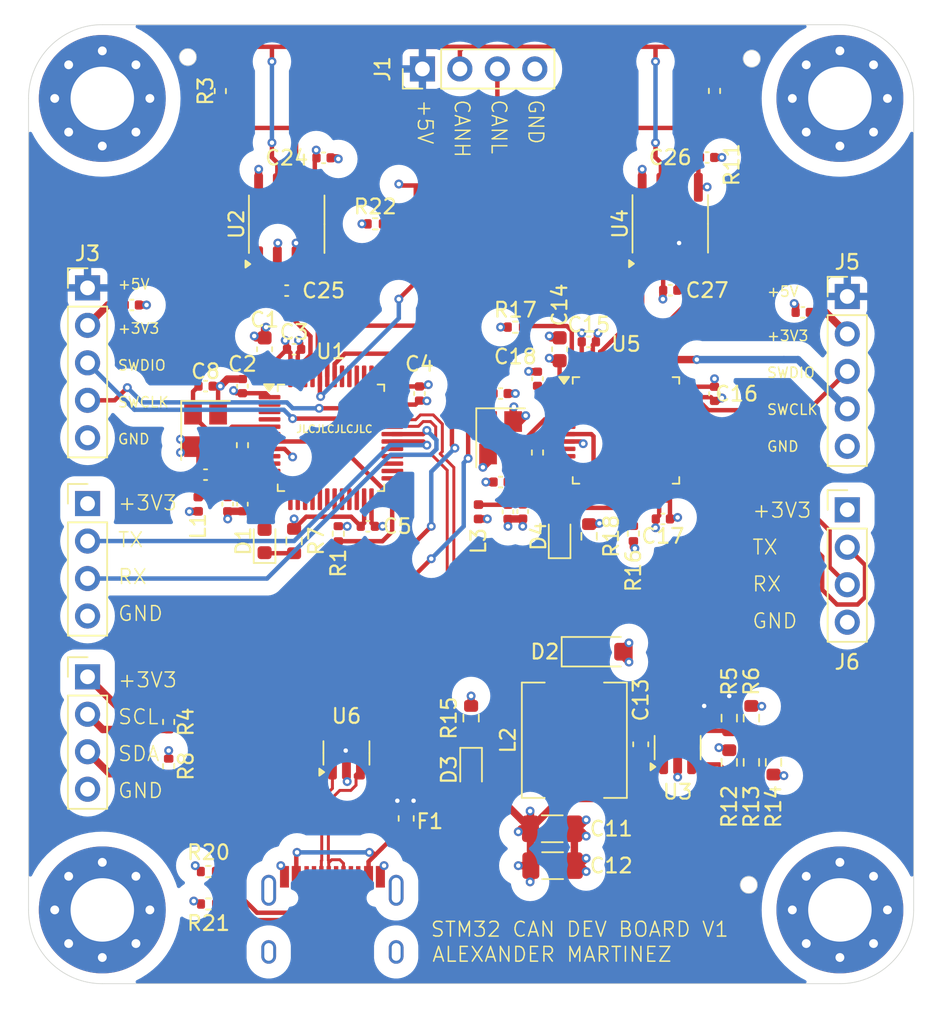
<source format=kicad_pcb>
(kicad_pcb (version 20240108) (generator "pcbnew") (generator_version "8.0")
  (layers (0 "F.Cu" signal) (1 "In1.Cu" power) (2 "In2.Cu" power) (31 "B.Cu" signal) (34 "B.Paste" user) (35 "F.Paste" user) (36 "B.SilkS" user "B.Silkscreen") (37 "F.SilkS" user "F.Silkscreen") (38 "B.Mask" user) (39 "F.Mask" user) (44 "Edge.Cuts" user))
  (net 0 "")
  (net 1 "+3V3")
  (net 2 "GND")
  (net 3 "+3.3VA")
  (net 4 "HSE_IN")
  (net 5 "Net-(C10-Pad1)")
  (net 6 "BUCK_SW")
  (net 7 "BUCK_BST")
  (net 8 "+3.3VA2")
  (net 9 "HSE_IN2")
  (net 10 "Net-(C23-Pad1)")
  (net 11 "LED_STATUS")
  (net 12 "Net-(D1-K)")
  (net 13 "LED_STATUS2")
  (net 14 "Net-(D3-K)")
  (net 15 "Net-(D4-K)")
  (net 16 "SWCLK")
  (net 17 "SWDIO")
  (net 18 "+5V")
  (net 19 "SWDIO2")
  (net 20 "SWCLK2")
  (net 21 "I2C1_SDA")
  (net 22 "I2C1_SCL")
  (net 23 "USART1_RX2")
  (net 24 "USART1_TX2")
  (net 25 "USART1_RX")
  (net 26 "USART1_TX")
  (net 27 "CANL")
  (net 28 "CANH")
  (net 29 "Net-(F1-Pad1)")
  (net 30 "Net-(J7-CC2)")
  (net 31 "USB_D-")
  (net 32 "USB_D+")
  (net 33 "BUCK_EN")
  (net 34 "HSE_OUT")
  (net 35 "BUCK_FB")
  (net 36 "Net-(R13-Pad2)")
  (net 37 "Net-(U1-NRST)")
  (net 38 "Net-(J7-CC1)")
  (net 39 "Net-(U5-NRST)")
  (net 40 "Net-(U5-BOOT0)")
  (net 41 "HSE_OUT2")
  (net 50 "CAN_RX")
  (net 66 "CAN_TX")
  (net 70 "CAN_TX2")
  (net 76 "CAN_RX2")
  (net 98 "USB_CONN_D-")
  (net 99 "USB_CONN_D+")
  (net 100 "BOOT0")
  (footprint "Resistor_SMD:R_0402_1005Metric" (layer "F.Cu") (at 141 77.49 90)
    (property "Reference" "R16")
    (property "Value" "10k")
  )
  (footprint "Capacitor_SMD:C_0603_1608Metric" (layer "F.Cu") (at 136 65 90)
    (property "Reference" "C14")
    (property "Value" "4u7")
  )
  (footprint "Capacitor_SMD:C_0402_1005Metric" (layer "F.Cu") (at 143.5 61 180)
    (property "Reference" "C27")
    (property "Value" "100n")
  )
  (footprint "Capacitor_SMD:C_0603_1608Metric" (layer "F.Cu") (at 141.5 91.775 -90)
    (property "Reference" "C13")
    (property "Value" "10nF")
  )
  (footprint "Crystal:Crystal_SMD_3225-4Pin_3.2x2.5mm" (layer "F.Cu") (at 112 70.5 -90)
    (property "Reference" "Y1")
    (property "Value" "16MHz")
  )
  (footprint "Resistor_SMD:R_0402_1005Metric" (layer "F.Cu") (at 146.5 47.49 -90)
    (property "Reference" "R11")
    (property "Value" "120")
  )
  (footprint "Fuse:Fuse_0603_1608Metric" (layer "F.Cu") (at 125.6 96.8 90)
    (property "Reference" "F1")
    (property "Value" "500mA")
  )
  (footprint "MountingHole:MountingHole_4.3mm_M4_Pad_Via" (layer "F.Cu") (at 105 48)
    (property "Reference" "H1")
    (property "Value" "MountingHole_Pad")
  )
  (footprint "Crystal:Crystal_SMD_3225-4Pin_3.2x2.5mm" (layer "F.Cu") (at 132 71 -90)
    (property "Reference" "Y2")
    (property "Value" "16MHz")
  )
  (footprint "Capacitor_SMD:C_0402_1005Metric" (layer "F.Cu") (at 107 62)
    (property "Reference" "C19")
    (property "Value" "100n")
  )
  (footprint "Capacitor_SMD:C_0402_1005Metric" (layer "F.Cu") (at 143 76.5 180)
    (property "Reference" "C17")
    (property "Value" "100n")
  )
  (footprint "Capacitor_SMD:C_0402_1005Metric" (layer "F.Cu") (at 132 74 180)
    (property "Reference" "C23")
    (property "Value" "12p")
  )
  (footprint "MountingHole:MountingHole_4.3mm_M4_Pad_Via" (layer "F.Cu") (at 155 103)
    (property "Reference" "H3")
    (property "Value" "MountingHole_Pad")
  )
  (footprint "Resistor_SMD:R_0603_1608Metric" (layer "F.Cu") (at 150.5 93 -90)
    (property "Reference" "R14")
    (property "Value" "270")
  )
  (footprint "Capacitor_SMD:C_0402_1005Metric" (layer "F.Cu") (at 132.5 76.02 -90)
    (property "Reference" "C20")
    (property "Value" "1u")
  )
  (footprint "Capacitor_SMD:C_0402_1005Metric" (layer "F.Cu") (at 112 67.5)
    (property "Reference" "C8")
    (property "Value" "12p")
  )
  (footprint "Capacitor_SMD:C_1206_3216Metric" (layer "F.Cu") (at 135.525 100)
    (property "Reference" "C12")
    (property "Value" "10u")
  )
  (footprint "Package_SO:SOIC-8_3.9x4.9mm_P1.27mm" (layer "F.Cu") (at 143.5 56.5 90)
    (property "Reference" "U4")
    (property "Value" "MCP2562-E-SN")
  )
  (footprint "Capacitor_SMD:C_0402_1005Metric" (layer "F.Cu") (at 114.5 67.5 90)
    (property "Reference" "C2")
    (property "Value" "100n")
  )
  (footprint "Resistor_SMD:R_0402_1005Metric" (layer "F.Cu") (at 134.5 72 -90)
    (property "Reference" "R19")
    (property "Value" "47")
  )
  (footprint "Resistor_SMD:R_0402_1005Metric" (layer "F.Cu") (at 109.5 93.26 -90)
    (property "Reference" "R8")
    (property "Value" "2k2")
  )
  (footprint "Capacitor_SMD:C_0603_1608Metric" (layer "F.Cu") (at 116 65 90)
    (property "Reference" "C1")
    (property "Value" "4u7")
  )
  (footprint "Resistor_SMD:R_0402_1005Metric" (layer "F.Cu") (at 121 77.5 -90)
    (property "Reference" "R1")
    (property "Value" "10k")
  )
  (footprint "Resistor_SMD:R_0402_1005Metric" (layer "F.Cu") (at 123.5 56.5)
    (property "Reference" "R22")
    (property "Value" "10k")
  )
  (footprint "Inductor_SMD:L_0402_1005Metric" (layer "F.Cu") (at 130.5 76.015 90)
    (property "Reference" "L3")
    (property "Value" "39n")
  )
  (footprint "Resistor_SMD:R_0402_1005Metric" (layer "F.Cu") (at 109.5 90.26 -90)
    (property "Reference" "R4")
    (property "Value" "2k2")
  )
  (footprint "Resistor_SMD:R_0402_1005Metric" (layer "F.Cu") (at 112.19 100.4 180)
    (property "Reference" "R20")
    (property "Value" "5.1k")
  )
  (footprint "Resistor_SMD:R_0603_1608Metric" (layer "F.Cu") (at 149 93 90)
    (property "Reference" "R13")
    (property "Value" "15k")
  )
  (footprint "Connector_PinHeader_2.54mm:PinHeader_1x04_P2.54mm_Vertical" (layer "F.Cu") (at 126.7 46 90)
    (property "Reference" "J1")
    (property "Value" "Conn_01x04")
  )
  (footprint "Capacitor_SMD:C_0402_1005Metric" (layer "F.Cu") (at 146 52 180)
    (property "Reference" "C26")
    (property "Value" "100n")
  )
  (footprint "Resistor_SMD:R_0402_1005Metric" (layer "F.Cu") (at 133 63.5)
    (property "Reference" "R17")
    (property "Value" "10k")
  )
  (footprint "Connector_PinHeader_2.54mm:PinHeader_1x05_P2.54mm_Vertical" (layer "F.Cu") (at 104 60.84)
    (property "Reference" "J3")
    (property "Value" "Conn_01x05")
  )
  (footprint "Resistor_SMD:R_0603_1608Metric" (layer "F.Cu") (at 147.5 93 -90)
    (property "Reference" "R12")
    (property "Value" "47k")
  )
  (footprint "LED_SMD:LED_0603_1608Metric" (layer "F.Cu") (at 116 78 90)
    (property "Reference" "D1")
    (property "Value" "BLUE")
  )
  (footprint "Inductor_SMD:L_0402_1005Metric" (layer "F.Cu") (at 111.5 75.5 90)
    (property "Reference" "L1")
    (property "Value" "39n")
  )
  (footprint "Capacitor_SMD:C_0402_1005Metric" (layer "F.Cu") (at 134.5 67 90)
    (property "Reference" "C18")
    (property "Value" "100n")
  )
  (footprint "Resistor_SMD:R_0603_1608Metric" (layer "F.Cu") (at 138 77.675 -90)
    (property "Reference" "R18")
    (property "Value" "1k5")
  )
  (footprint "Inductor_SMD:L_Chilisin_BMRx00060630" (layer "F.Cu") (at 137 91.5 -90)
    (property "Reference" "L2")
    (property "Value" "10uH")
  )
  (footprint "Capacitor_SMD:C_0402_1005Metric" (layer "F.Cu") (at 137.98 64.5)
    (property "Reference" "C15")
    (property "Value" "100n")
  )
  (footprint "Resistor_SMD:R_0402_1005Metric" (layer "F.Cu") (at 114.5 71.5 -90)
    (property "Reference" "R9")
    (property "Value" "47")
  )
  (footprint "Capacitor_SMD:C_0402_1005Metric" (layer "F.Cu") (at 114.5 75.5 -90)
    (property "Reference" "C9")
    (property "Value" "10n")
  )
  (footprint "Diode_SMD:D_SOD-123" (layer "F.Cu") (at 138.5 85.5)
    (property "Reference" "D2")
    (property "Value" "B5819W")
  )
  (footprint "Resistor_SMD:R_0603_1608Metric" (layer "F.Cu") (at 118 78 -90)
    (property "Reference" "R7")
    (property "Value" "1k5")
  )
  (footprint "LED_SMD:LED_0603_1608Metric" (layer "F.Cu") (at 130 93.5 -90)
    (property "Reference" "D3")
    (property "Value" "RED")
  )
  (footprint "Connector:USB_C_HRO_TYPE-C-31-M-12" (layer "F.Cu") (at 120.6 104.8)
    (property "Reference" "J7" (hide yes))
    (property "Value" "USB_C")
  )
  (footprint "Capacitor_SMD:C_0402_1005Metric" (layer "F.Cu") (at 152.48 62.5 180)
    (property "Reference" "C6")
    (property "Value" "100n")
  )
  (footprint "Package_TO_SOT_SMD:SOT-23-6" (layer "F.Cu") (at 144 92 90)
    (property "Reference" "U3")
    (property "Value" "MP2359DJ-LF-Z")
  )
  (footprint "Connector_PinHeader_2.54mm:PinHeader_1x05_P2.54mm_Vertical" (layer "F.Cu") (at 155.5 61.42)
    (property "Reference" "J5")
    (property "Value" "Conn_01x05")
  )
  (footprint "Connector_PinHeader_2.54mm:PinHeader_1x04_P2.54mm_Vertical" (layer "F.Cu") (at 155.5 75.88)
    (property "Reference" "J6")
    (property "Value" "Conn_01x04")
  )
  (footprint "MountingHole:MountingHole_4.3mm_M4_Pad_Via" (layer "F.Cu") (at 155 48)
    (property "Reference" "H2")
    (property "Value" "MountingHole_Pad")
  )
  (footprint "Resistor_SMD:R_0603_1608Metric" (layer "F.Cu") (at 149 90 90)
    (property "Reference" "R6")
    (property "Value" "68k")
  )
  (footprint "Button_Switch_SMD:Button_TL3342" (layer "F.Cu") (at 130.1 56.2)
    (property "Reference" "SW1" (hide yes))
    (property "Value" "SW_Push")
  )
  (footprint "Resistor_SMD:R_0603_1608Metric" (layer "F.Cu") (at 130 90 -90)
    (property "Reference" "R15")
    (property "Value" "1k")
  )
  (footprint "Capacitor_SMD:C_0402_1005Metric" (layer "F.Cu") (at 118 65)
    (property "Reference" "C3")
    (property "Value" "100n")
  )
  (footprint "Connector_PinHeader_2.54mm:PinHeader_1x04_P2.54mm_Vertical" (layer "F.Cu") (at 104 75.46)
    (property "Reference" "J4")
    (property "Value" "Conn_01x04")
  )
  (footprint "Capacitor_SMD:C_0402_1005Metric" (layer "F.Cu") (at 120 52.025)
    (property "Reference" "C24")
    (property "Value" "100n")
  )
  (footprint "Package_QFP:LQFP-48_7x7mm_P0.5mm" (layer "F.Cu") (at 140.5 70.5)
    (property "Reference" "U5")
    (property "Value" "STM32F103C8Tx")
  )
  (footprint "Resistor_SMD:R_0603_1608Metric" (layer "F.Cu") (at 147.5 90 -90)
    (property "Reference" "R5")
    (property "Value" "100k")
  )
  (footprint "Package_SO:SOIC-8_3.9x4.9mm_P1.27mm" (layer "F.Cu") (at 117.5 56.525 90)
    (property "Reference" "U2")
    (property "Value" "MCP2562-E-SN")
  )
  (footprint "Capacitor_SMD:C_0402_1005Metric" (layer "F.Cu") (at 117.5 61.025)
    (property "Reference" "C25")
    (property "Value" "100n")
  )
  (footprint "Capacitor_SMD:C_1206_3216Metric" (layer "F.Cu") (at 135.5 97.5)
    (property "Reference" "C11")
    (property "Value" "10u")
  )
  (footprint "Capacitor_SMD:C_0402_1005Metric" (layer "F.Cu") (at 132 68)
    (property "Reference" "C21")
    (property "Value" "12p")
  )
  (footprint "Connector_PinHeader_2.54mm:PinHeader_1x04_P2.54mm_Vertical" (layer "F.Cu") (at 104 87.2)
    (property "Reference" "J2")
    (property "Value" "Conn_01x04")
  )
  (footprint "Capacitor_SMD:C_0402_1005Metric" (layer "F.Cu") (at 113.5 75.5 -90)
    (property "Reference" "C7")
    (property "Value" "1u")
  )
  (footprint "MountingHole:MountingHole_4.3mm_M4_Pad_Via" (layer "F.Cu") (at 105 103)
    (property "Reference" "H4")
    (property "Value" "MountingHole_Pad")
  )
  (footprint "Package_QFP:LQFP-48_7x7mm_P0.5mm" (layer "F.Cu") (at 120.5 71)
    (property "Reference" "U1")
    (property "Value" "STM32F103C8Tx")
  )
  (footprint "Capacitor_SMD:C_0402_1005Metric" (layer "F.Cu") (at 133.5 76 -90)
    (property "Reference" "C22")
    (property "Value" "10n")
  )
  (footprint "Resistor_SMD:R_0402_1005Metric" (layer "F.Cu") (at 112.2 102.6 180)
    (property "Reference" "R21")
    (property "Value" "5.1k")
  )
  (footprint "Capacitor_SMD:C_0402_1005Metric" (layer "F.Cu") (at 126.5 68 -90)
    (property "Reference" "C4")
    (property "Value" "100n")
  )
  (footprint "Capacitor_SMD:C_0402_1005Metric" (layer "F.Cu") (at 123 77 180)
    (property "Reference" "C5")
    (property "Value" "100n")
  )
  (footprint "LED_SMD:LED_0603_1608Metric" (layer "F.Cu") (at 136 77.675 90)
    (property "Reference" "D4")
    (property "Value" "BLUE")
  )
  (footprint "Package_TO_SOT_SMD:SOT-23-6" (layer "F.Cu") (at 121.55 92.3625 90)
    (property "Reference" "U6")
    (property "Value" "USBLC6-2SC6")
  )
  (footprint "Resistor_SMD:R_0402_1005Metric" (layer "F.Cu") (at 113 47.5 -90)
    (property "Reference" "R3")
    (property "Value" "120")
  )
  (footprint "Capacitor_SMD:C_0402_1005Metric" (layer "F.Cu") (at 112 73.5 180)
    (property "Reference" "C10")
    (property "Value" "12p")
  )
  (footprint "Capacitor_SMD:C_0402_1005Metric" (layer "F.Cu") (at 146.5 68.02 -90)
    (property "Reference" "C16")
    (property "Value" "100n")
  )
  (gr_circle (center 110.8 45.2) (end 111.376 45.2) (stroke (width 0.05)) (fill none) (layer "Edge.Cuts"))
  (gr_line (start 105 43) (end 155 43) (stroke (width 0.05)) (layer "Edge.Cuts"))
  (gr_arc (start 155 43) (mid 158.535534 44.464466) (end 160 48) (stroke (width 0.05)) (layer "Edge.Cuts"))
  (gr_arc (start 105 108) (mid 101.464466 106.535534) (end 100 103) (stroke (width 0.05)) (layer "Edge.Cuts"))
  (gr_arc (start 160 103) (mid 158.535534 106.535534) (end 155 108) (stroke (width 0.05)) (layer "Edge.Cuts"))
  (gr_circle (center 148.824 101.3) (end 149.4 101.3) (stroke (width 0.05)) (fill none) (layer "Edge.Cuts"))
  (gr_line (start 160 48) (end 160 103) (stroke (width 0.05)) (layer "Edge.Cuts"))
  (gr_line (start 105 108) (end 155 108) (stroke (width 0.05)) (layer "Edge.Cuts"))
  (gr_line (start 100 103) (end 100 48) (stroke (width 0.05)) (layer "Edge.Cuts"))
  (gr_arc (start 100 48) (mid 101.464466 44.464466) (end 105 43) (stroke (width 0.05)) (layer "Edge.Cuts"))
  (gr_circle (center 149.024 45.3) (end 149.6 45.3) (stroke (width 0.05)) (fill none) (layer "Edge.Cuts"))
  (gr_text "SDA" (at 106 93 0) (layer "F.SilkS") (effects (font (size 1 1) (thickness 0.1)) (justify left bottom)))
  (gr_text "GND\n" (at 106 71.5 0) (layer "F.SilkS") (effects (font (size 0.7 0.7) (thickness 0.1)) (justify left bottom)))
  (gr_text "+5V\n" (at 150 61.5 0) (layer "F.SilkS") (effects (font (size 0.7 0.7) (thickness 0.1)) (justify left bottom)))
  (gr_text "TX\n" (at 106 78.5 0) (layer "F.SilkS") (effects (font (size 1 1) (thickness 0.1)) (justify left bottom)))
  (gr_text "RX" (at 149 81.5 0) (layer "F.SilkS") (effects (font (size 1 1) (thickness 0.1)) (justify left bottom)))
  (gr_text "GND" (at 133.8 48 270) (layer "F.SilkS") (effects (font (size 1 1) (thickness 0.1)) (justify left bottom)))
  (gr_text "SCL\n" (at 106 90.5 0) (layer "F.SilkS") (effects (font (size 1 1) (thickness 0.1)) (justify left bottom)))
  (gr_text "+5V\n" (at 106 61 0) (layer "F.SilkS") (effects (font (size 0.7 0.7) (thickness 0.1)) (justify left bottom)))
  (gr_text "GND\n" (at 106 83.5 0) (layer "F.SilkS") (effects (font (size 1 1) (thickness 0.1)) (justify left bottom)))
  (gr_text "SWDIO\n" (at 150 67 0) (layer "F.SilkS") (effects (font (size 0.7 0.7) (thickness 0.1)) (justify left bottom)))
  (gr_text "SWCLK" (at 150 69.5 0) (layer "F.SilkS") (effects (font (size 0.7 0.7) (thickness 0.1)) (justify left bottom)))
  (gr_text "+3V3\n" (at 149 76.5 0) (layer "F.SilkS") (effects (font (size 1 1) (thickness 0.1)) (justify left bottom)))
  (gr_text "SWDIO\n" (at 106 66.5 0) (layer "F.SilkS") (effects (font (size 0.7 0.7) (thickness 0.1)) (justify left bottom)))
  (gr_text "GND\n" (at 150 72 0) (layer "F.SilkS") (effects (font (size 0.7 0.7) (thickness 0.1)) (justify left bottom)))
  (gr_text "+3V3\n" (at 106 88 0) (layer "F.SilkS") (effects (font (size 1 1) (thickness 0.1)) (justify left bottom)))
  (gr_text "STM32 CAN DEV BOARD V1" (at 127.2 104.9 0) (layer "F.SilkS") (effects (font (size 1 1) (thickness 0.1)) (justify left bottom)))
  (gr_text "+3V3\n" (at 150 64.5 0) (layer "F.SilkS") (effects (font (size 0.7 0.7) (thickness 0.1)) (justify left bottom)))
  (gr_text "CANL" (at 131.3 48 270) (layer "F.SilkS") (effects (font (size 1 1) (thickness 0.1)) (justify left bottom)))
  (gr_text "GND\n" (at 106 95.5 0) (layer "F.SilkS") (effects (font (size 1 1) (thickness 0.1)) (justify left bottom)))
  (gr_text "GND\n" (at 149 84 0) (layer "F.SilkS") (effects (font (size 1 1) (thickness 0.1)) (justify left bottom)))
  (gr_text "RX" (at 106 81 0) (layer "F.SilkS") (effects (font (size 1 1) (thickness 0.1)) (justify left bottom)))
  (gr_text "+3V3\n" (at 106 76 0) (layer "F.SilkS") (effects (font (size 1 1) (thickness 0.1)) (justify left bottom)))
  (gr_text "+3V3\n" (at 106 64 0) (layer "F.SilkS") (effects (font (size 0.7 0.7) (thickness 0.1)) (justify left bottom)))
  (gr_text "TX\n" (at 149 79 0) (layer "F.SilkS") (effects (font (size 1 1) (thickness 0.1)) (justify left bottom)))
  (gr_text "SWCLK" (at 106 69 0) (layer "F.SilkS") (effects (font (size 0.7 0.7) (thickness 0.1)) (justify left bottom)))
  (gr_text "CANH" (at 128.8 48 270) (layer "F.SilkS") (effects (font (size 1 1) (thickness 0.1)) (justify left bottom)))
  (gr_text "ALEXANDER MARTINEZ" (at 127.3 106.6 0) (layer "F.SilkS") (effects (font (size 1 1) (thickness 0.1)) (justify left bottom)))
  (gr_text "+5V\n" (at 126.3 48 270) (layer "F.SilkS") (effects (font (size 1 1) (thickness 0.1)) (justify left bottom)))
  (gr_text "JLCJLCJLCJLC\n" (at 118.1 70.7 0) (layer "F.SilkS") (effects (font (size 0.5 0.5) (thickness 0.1)) (justify left bottom)))
  (segment (start 117.75 66.8375) (end 117.75 65.23) (width 0.3) (layer "F.Cu") (net 1))
  (segment (start 134.025 96.325) (end 134 96.3) (width 0.5) (layer "F.Cu") (net 1))
  (segment (start 137.5 64.5) (end 137.5 63.9) (width 0.3) (layer "F.Cu") (net 1))
  (segment (start 126.5 67.52) (end 126.98 67.52) (width 0.3) (layer "F.Cu") (net 1))
  (segment (start 114.5 67.98) (end 114.08 67.98) (width 0.3) (layer "F.Cu") (net 1))
  (segment (start 126.55 53.9) (end 125.3 53.9) (width 0.3) (layer "F.Cu") (net 1))
  (segment (start 130.8125 94.2875) (end 130 94.2875) (width 0.5) (layer "F.Cu") (net 1))
  (segment (start 134.05 101.05) (end 134 101.1) (width 0.5) (layer "F.Cu") (net 1))
  (segment (start 152.96 62.5) (end 154.04 62.5) (width 0.5) (layer "F.Cu") (net 1))
  (segment (start 116.745 65.775) (end 117.52 65) (width 0.3) (layer "F.Cu") (net 1))
  (segment (start 109.5 92.75) (end 109.5 92.2) (width 0.3) (layer "F.Cu") (net 1))
  (segment (start 125.3925 67.52) (end 126.5 67.52) (width 0.3) (layer "F.Cu") (net 1))
  (segment (start 145.405 54.025) (end 145.405 52.115) (width 0.3) (layer "F.Cu") (net 1))
  (segment (start 116.0675 67.98) (end 116.3375 68.25) (width 0.3) (layer "F.Cu") (net 1))
  (segment (start 114.08 67.98) (end 113.9 67.8) (width 0.3) (layer "F.Cu") (net 1))
  (segment (start 116 65.775) (end 116.745 65.775) (width 0.3) (layer "F.Cu") (net 1))
  (segment (start 119.405 54.05) (end 119.405 52.14) (width 0.3) (layer "F.Cu") (net 1))
  (segment (start 106.55 89.75) (end 104 87.2) (width 0.5) (layer "F.Cu") (net 1))
  (segment (start 145.975 54.025) (end 146 54) (width 0.3) (layer "F.Cu") (net 1))
  (segment (start 109.5 89.75) (end 106.55 89.75) (width 0.5) (layer "F.Cu") (net 1))
  (segment (start 144.8725 67.54) (end 144.6625 67.75) (width 0.3) (layer "F.Cu") (net 1))
  (segment (start 136 65.775) (end 136 67.4125) (width 0.3) (layer "F.Cu") (net 1))
  (segment (start 126.98 67.52) (end 127.1 67.4) (width 0.3) (layer "F.Cu") (net 1))
  (segment (start 135.475 65.775) (end 135.3 65.6) (width 0.3) (layer "F.Cu") (net 1))
  (segment (start 134.77 67.75) (end 134.5 67.48) (width 0.3) (layer "F.Cu") (net 1))
  (segment (start 134.05 100) (end 134.05 101.05) (width 0.5) (layer "F.Cu") (net 1))
  (segment (start 134.05 100) (end 133.2 100) (width 0.5) (layer "F.Cu") (net 1))
  (segment (start 136.3375 67.75) (end 134.77 67.75) (width 0.3) (layer "F.Cu") (net 1))
  (segment (start 143.48 74.8925) (end 143.25 74.6625) (width 0.3) (layer "F.Cu") (net 1))
  (segment (start 143.48 76.5) (end 143.9 76.5) (width 0.3) (layer "F.Cu") (net 1))
  (segment (start 109.819999 89.75) (end 109.5 89.75) (width 0.5) (layer "F.Cu") (net 1))
  (segment (start 124.6625 68.25) (end 125.3925 67.52) (width 0.3) (layer "F.Cu") (net 1))
  (segment (start 134.025 97.5) (end 134.025 96.325) (width 0.5) (layer "F.Cu") (net 1))
  (segment (start 145.405 54.025) (end 145.975 54.025) (width 0.3) (layer "F.Cu") (net 1))
  (segment (start 134.025 99.975) (end 134.05 100) (width 0.5) (layer "F.Cu") (net 1))
  (segment (start 126.95 54.3) (end 126.55 53.9) (width 0.3) (layer "F.Cu") (net 1))
  (segment (start 111.5 75.985) (end 110.915 75.985) (width 0.5) (layer "F.Cu") (net 1))
  (segment (start 134.025 97.5) (end 134.025 99.975) (width 0.5) (layer "F.Cu") (net 1))
  (segment (start 137.5 64.5) (end 137.5 66.0875) (width 0.3) (layer "F.Cu") (net 1))
  (segment (start 130.5 76.5) (end 131.1 76.5) (width 0.5) (layer "F.Cu") (net 1))
  (segment (start 123.25 76.77) (end 123.48 77) (width 0.3) (layer "F.Cu") (net 1))
  (segment (start 136 65.775) (end 135.475 65.775) (width 0.3) (layer "F.Cu") (net 1))
  (segment (start 117.75 65.23) (end 117.52 65) (width 0.3) (layer "F.Cu") (net 1))
  (segment (start 154.04 62.5) (end 155.5 63.96) (width 0.5) (layer "F.Cu") (net 1))
  (segment (start 134.025 97.5) (end 133.4 97.5) (width 0.5) (layer "F.Cu") (net 1))
  (segment (start 134.025 97.5) (end 137 94.525) (width 0.5) (layer "F.Cu") (net 1))
  (segment (start 141 78.4) (end 141.1 78.5) (width 0.5) (layer "F.Cu") (net 1))
  (segment (start 133.4 97.5) (end 133.2 97.7) (width 0.5) (layer "F.Cu") (net 1))
  (segment (start 106.52 62) (end 105.38 62) (width 0.5) (layer "F.Cu") (net 1))
  (segment (start 110.915 75.985) (end 110.9 76) (width 0.5) (layer "F.Cu") (net 1))
  (segment (start 119.405 52.14) (end 119.52 52.025) (width 0.3) (layer "F.Cu") (net 1))
  (segment (start 117.52 64.52) (end 117.4 64.4) (width 0.3) (layer "F.Cu") (net 1))
  (segment (start 117.52 65) (end 117.52 64.52) (width 0.3) (layer "F.Cu") (net 1))
  (segment (start 145.405 52.115) (end 145.52 52) (width 0.3) (layer "F.Cu") (net 1))
  (segment (start 136 67.4125) (end 136.3375 67.75) (width 0.3) (layer "F.Cu") (net 1))
  (segment (start 143.9 76.5) (end 144 76.4) (width 0.3) (layer "F.Cu") (net 1))
  (segment (start 146.5 67.54) (end 144.8725 67.54) (width 0.3) (layer "F.Cu") (net 1))
  (segment (start 141 78) (end 141 78.4) (width 0.5) (layer "F.Cu") (net 1))
  (segment (start 134.025 97.5) (end 130.8125 94.2875) (width 0.5) (layer "F.Cu") (net 1))
  (segment (start 126.95 54.3) (end 133.25 54.3) (width 0.3) (layer "F.Cu") (net 1))
  (segment (start 105.38 62) (end 104 63.38) (width 0.5) (layer "F.Cu") (net 1))
  (segment (start 143.48 76.5) (end 143.48 74.8925) (width 0.3) (layer "F.Cu") (net 1))
  (segment (start 114.5 67.98) (end 116.0675 67.98) (width 0.3) (layer "F.Cu") (net 1))
  (segment (start 137.5 66.0875) (end 137.75 66.3375) (width 0.3) (layer "F.Cu") (net 1))
  (segment (start 123.25 75.1625) (end 123.25 76.77) (width 0.3) (layer "F.Cu") (net 1))
  (via (at 134 101.1) (size 0.6) (drill 0.3) (layers "F.Cu" "B.Cu") (net 1))
  (via (at 124 77) (size 0.6) (drill 0.3) (layers "F.Cu" "B.Cu") (net 1))
  (via (at 144 76.4) (size 0.6) (drill 0.3) (layers "F.Cu" "B.Cu") (net 1))
  (via (at 131.1 76.5) (size 0.6) (drill 0.3) (layers "F.Cu" "B.Cu") (net 1))
  (via (at 117.4 64.4) (size 0.6) (drill 0.3) (layers "F.Cu" "B.Cu") (net 1))
  (via (at 133.2 100) (size 0.6) (drill 0.3) (layers "F.Cu" "B.Cu") (net 1))
  (via (at 109.5 92.2) (size 0.6) (drill 0.3) (layers "F.Cu" "B.Cu") (net 1))
  (via (at 125.1 53.8) (size 0.6) (drill 0.3) (layers "F.Cu" "B.Cu") (net 1))
  (via (at 141.1 78.5) (size 0.6) (drill 0.3) (layers "F.Cu" "B.Cu") (net 1))
  (via (at 121.6 77) (size 0.6) (drill 0.3) (layers "F.Cu" "B.Cu") (net 1))
  (via (at 110.9 76) (size 0.6) (drill 0.3) (layers "F.Cu" "B.Cu") (net 1))
  (via (at 146.5 67) (size 0.6) (drill 0.3) (layers "F.Cu" "B.Cu") (net 1))
  (via (at 127.1 67.4) (size 0.6) (drill 0.3) (layers "F.Cu" "B.Cu") (net 1))
  (via (at 133.2 97.7) (size 0.6) (drill 0.3) (layers "F.Cu" "B.Cu") (net 1))
  (via (at 146.8 92) (size 0.6) (drill 0.3) (layers "F.Cu" "B.Cu") (net 1))
  (via (at 113.9 67.8) (size 0.6) (drill 0.3) (layers "F.Cu" "B.Cu") (net 1))
  (via (at 134 96.3) (size 0.6) (drill 0.3) (layers "F.Cu" "B.Cu") (net 1))
  (via (at 135.3 65.6) (size 0.6) (drill 0.3) (layers "F.Cu" "B.Cu") (net 1))
  (via (at 119.5 51.5) (size 0.6) (drill 0.3) (layers "F.Cu" "B.Cu") (net 1))
  (via (at 137.5 63.9) (size 0.6) (drill 0.3) (layers "F.Cu" "B.Cu") (net 1))
  (via (at 146 54) (size 0.6) (drill 0.3) (layers "F.Cu" "B.Cu") (net 1))
  (segment (start 118.825 76.35) (end 118 77.175) (width 0.3) (layer "F.Cu") (net 2))
  (segment (start 132.49 63.5) (end 132 63.5) (width 0.5) (layer "F.Cu") (net 2))
  (segment (start 124.6625 68.75) (end 126.23 68.75) (width 0.3) (layer "F.Cu") (net 2))
  (segment (start 122.75 75.1625) (end 122.75 76.77) (width 0.3) (layer "F.Cu") (net 2))
  (segment (start 152 62.5) (end 152 62) (width 0.5) (layer "F.Cu") (net 2))
  (segment (start 142.52 76.5) (end 142.52 77.08) (width 0.3) (layer "F.Cu") (net 2))
  (segment (start 138.46 64.5) (end 138.25 64.71) (width 0.3) (layer "F.Cu") (net 2))
  (segment (start 137.45 71.25) (end 136.3375 71.25) (width 0.3) (layer "F.Cu") (net 2))
  (segment (start 114.5 67.02) (end 113.48 67.02) (width 0.5) (layer "F.Cu") (net 2))
  (segment (start 131.15 72.1) (end 131.15 72.65) (width 0.5) (layer "F.Cu") (net 2))
  (segment (start 111.15 71.6) (end 110.7 71.6) (width 0.5) (layer "F.Cu") (net 2))
  (segment (start 146.5 68.5) (end 146.25 68.25) (width 0.3) (layer "F.Cu") (net 2))
  (segment (start 133.3 69.9) (end 133.7 69.5) (width 0.5) (layer "F.Cu") (net 2))
  (segment (start 142.52 77.08) (end 142.5 77.1) (width 0.3) (layer "F.Cu") (net 2))
  (segment (start 131.52 74) (end 131 74) (width 0.5) (layer "F.Cu") (net 2))
  (segment (start 137.3 97.5) (end 137.8 98) (width 0.5) (layer "F.Cu") (net 2))
  (segment (start 132.5 76.5) (end 133.48 76.5) (width 0.5) (layer "F.Cu") (net 2))
  (segment (start 120.925 52.025) (end 121 52.1) (width 0.5) (layer "F.Cu") (net 2))
  (segment (start 138.25 64.71) (end 138.25 66.3375) (width 0.3) (layer "F.Cu") (net 2))
  (segment (start 122.75 76.77) (end 122.52 77) (width 0.3) (layer "F.Cu") (net 2))
  (segment (start 132.85 69.9) (end 133.3 69.9) (width 0.5) (layer "F.Cu") (net 2))
  (segment (start 107.48 62) (end 108 62) (width 0.5) (layer "F.Cu") (net 2))
  (segment (start 143 61.02) (end 143.02 61) (width 0.5) (layer "F.Cu") (net 2))
  (segment (start 126.5 68.48) (end 126.98 68.48) (width 0.3) (layer "F.Cu") (net 2))
  (segment (start 132.85 68.95) (end 132.9 68.9) (width 0.5) (layer "F.Cu") (net 2))
  (segment (start 113.5 75.98) (end 113.5 76.5) (width 0.5) (layer "F.Cu") (net 2))
  (segment (start 131.15 72.65) (end 130.8 73) (width 0.5) (layer "F.Cu") (net 2))
  (segment (start 126.23 68.75) (end 126.5 68.48) (width 0.3) (layer "F.Cu") (net 2))
  (segment (start 118.25 66.8375) (end 118.25 65.23) (width 0.3) (layer "F.Cu") (net 2))
  (segment (start 134.5 66.52) (end 133.92 66.52) (width 0.5) (layer "F.Cu") (net 2))
  (segment (start 141.595 54.025) (end 141.595 52.805) (width 0.5) (layer "F.Cu") (net 2))
  (segment (start 142.52 76.5) (end 142.75 76.27) (width 0.3) (layer "F.Cu") (net 2))
  (segment (start 140.15 85.5) (end 140.15 85.45) (width 0.5) (layer "F.Cu") (net 2))
  (segment (start 116 63.6) (end 116.1 63.5) (width 0.5) (layer "F.Cu") (net 2))
  (segment (start 116 64.225) (end 116 63.6) (width 0.5) (layer "F.Cu") (net 2))
  (segment (start 113.48 67.02) (end 113 67.5) (width 0.5) (layer "F.Cu") (net 2))
  (segment (start 122.52 77) (end 121.87 76.35) (width 0.3) (layer "F.Cu") (net 2))
  (segment (start 132.5 76.5) (end 132.5 77) (width 0.5) (layer "F.Cu") (net 2))
  (segment (start 137 100) (end 137 97.525) (width 0.5) (layer "F.Cu") (net 2))
  (segment (start 121.87 76.35) (end 118.825 76.35) (width 0.3) (layer "F.Cu") (net 2))
  (segment (start 133.48 76.5) (end 133.5 76.48) (width 0.5) (layer "F.Cu") (net 2))
  (segment (start 138.46 64.04) (end 138.6 63.9) (width 0.3) (layer "F.Cu") (net 2))
  (segment (start 140.15 85.5) (end 140.15 85.65) (width 0.5) (layer "F.Cu") (net 2))
  (segment (start 137.3 100) (end 137.8 99.5) (width 0.5) (layer "F.Cu") (net 2))
  (segment (start 112.48 67.5) (end 113 67.5) (width 0.5) (layer "F.Cu") (net 2))
  (segment (start 138 76.85) (end 138.65 76.85) (width 0.5) (layer "F.Cu") (net 2))
  (segment (start 138.46 64.5) (end 138.46 64.04) (width 0.3) (layer "F.Cu") (net 2))
  (segment (start 146.25 68.25) (end 144.6625 68.25) (width 0.3) (layer "F.Cu") (net 2))
  (segment (start 138.65 76.85) (end 138.7 76.8) (width 0.5) (layer "F.Cu") (net 2))
  (segment (start 116.865 59) (end 116.865 60.87) (width 0.3) (layer "F.Cu") (net 2))
  (segment (start 116.865 59) (end 116.865 57.835) (width 0.3) (layer "F.Cu") (net 2))
  (segment (start 126.98 68.48) (end 127 68.5) (width 0.3) (layer "F.Cu") (net 2))
  (segment (start 152 62) (end 151.9 61.9) (width 0.5) (layer "F.Cu") (net 2))
  (segment (start 116.3375 71.75) (end 117.35 71.75) (width 0.3) (layer "F.Cu") (net 2))
  (segment (start 140.15 85.45) (end 140.7 84.9) (width 0.5) (layer "F.Cu") (net 2))
  (segment (start 110.7 71.6) (end 110.3 72) (width 0.5) (layer "F.Cu") (net 2))
  (segment (start 142.75 76.27) (end 142.75 74.6625) (width 0.3) (layer "F.Cu") (net 2))
  (segment (start 116.865 60.87) (end 117.02 61.025) (width 0.3) (layer "F.Cu") (net 2))
  (segment (start 136.975 97.5) (end 137.3 97.5) (width 0.5) (layer "F.Cu") (net 2))
  (segment (start 141.595 52.805) (end 141.6 52.8) (width 0.5) (layer "F.Cu") (net 2))
  (segment (start 140.15 85.65) (end 140.7 86.2) (width 0.5) (layer "F.Cu") (net 2))
  (segment (start 137.6 71.4) (end 137.45 71.25) (width 0.3) (layer "F.Cu") (net 2))
  (segment (start 115.595 54.05) (end 115.595 52.805) (width 0.5) (layer "F.Cu") (net 2))
  (segment (start 135.425 64.225) (end 135.3 64.1) (width 0.5) (layer "F.Cu") (net 2))
  (segment (start 146.48 52) (end 147 52) (width 0.5) (layer "F.Cu") (net 2))
  (segment (start 112.85 69.4) (end 112.85 67.65) (width 0.3) (layer "F.Cu") (net 2))
  (segment (start 118.25 65.23) (end 118.48 65) (width 0.3) (layer "F.Cu") (net 2))
  (segment (start 137 100) (end 137.4 100) (width 0.5) (layer "F.Cu") (net 2))
  (segment (start 140.7 86.2) (end 140.7 84.9) (width 0.5) (layer "F.Cu") (net 2))
  (segment (start 111.52 71.97) (end 111.15 71.6) (width 0.3) (layer "F.Cu") (net 2))
  (segment (start 143 61.6) (end 143 61.02) (width 0.5) (layer "F.Cu") (net 2))
  (segment (start 136.975 97.5) (end 137.2 97.5) (width 0.5) (layer "F.Cu") (net 2))
  (segment (start 111.52 73.5) (end 111.52 71.97) (width 0.3) (layer "F.Cu") (net 2))
  (segment (start 137.4 100) (end 137.8 100.4) (width 0.5) (layer "F.Cu") (net 2))
  (segment (start 113.5 75.98) (end 114.5 75.98) (width 0.5) (layer "F.Cu") (net 2))
  (segment (start 146.5 68.5) (end 146.8 68.5) (width 0.3) (layer "F.Cu") (net 2))
  (segment (start 143.02 59.13) (end 142.865 58.975) (width 0.3) (layer "F.Cu") (net 2))
  (segment (start 116 64.225) (end 115.425 64.225) (width 0.5) (layer "F.Cu") (net 2))
  (segment (start 130 89.175) (end 130 88.5) (width 0.5) (layer "F.Cu") (net 2))
  (segment (start 137 97.525) (end 136.975 97.5) (width 0.5) (layer "F.Cu") (net 2))
  (segment (start 132.48 68) (end 133 68) (width 0.5) (layer "F.Cu") (net 2))
  (segment (start 137.2 97.5) (end 137.8 96.9) (width 0.5) (layer "F.Cu") (net 2))
  (segment (start 143.02 61) (end 143.02 59.13) (width 0.3) (layer "F.Cu") (net 2))
  (segment (start 133.92 66.52) (end 133.9 66.5) (width 0.5) (layer "F.Cu") (net 2))
  (segment (start 136 64.225) (end 135.425 64.225) (width 0.5) (layer "F.Cu") (net 2))
  (segment (start 120.48 52.025) (end 120.925 52.025) (width 0.5) (layer "F.Cu") (net 2))
  (segment (start 146.8 68.5) (end 147 68.3) (width 0.3) (layer "F.Cu") (net 2))
  (segment (start 115.425 64.225) (end 115.3 64.1) (width 0.5) (layer "F.Cu") (net 2))
  (segment (start 112.85 67.65) (end 113 67.5) (width 0.3) (layer "F.Cu") (net 2))
  (segment (start 116.865 57.835) (end 116.9 57.8) (width 0.3) (layer "F.Cu") (net 2))
  (segment (start 117.35 71.75) (end 117.9 72.3) (width 0.3) (layer "F.Cu") (net 2))
  (segment (start 118.48 65) (end 118.48 64.58) (width 0.3) (layer "F.Cu") (net 2))
  (segment (start 133.5 76.48) (end 133.5 77) (width 0.5) (layer "F.Cu") (net 2))
  (segment (start 137 100) (end 137.3 100) (width 0.5) (layer "F.Cu") (net 2))
  (segment (start 110.8 71.6) (end 110.3 71.1) (width 0.5) (layer "F.Cu") (net 2))
  (segment (start 115.595 52.805) (end 115.6 52.8) (width 0.5) (layer "F.Cu") (net 2))
  (segment (start 116 64.225) (end 116 63.7) (width 0.5) (layer "F.Cu") (net 2))
  (segment (start 132.85 69.9) (end 132.85 68.95) (width 0.5) (layer "F.Cu") (net 2))
  (segment (start 111.15 71.6) (end 110.8 71.6) (width 0.5) (layer "F.Cu") (net 2))
  (segment (start 118.48 64.58) (end 118.3 64.4) (width 0.3) (layer "F.Cu") (net 2))
  (via (at 110.3 71.1) (size 0.6) (drill 0.3) (layers "F.Cu" "B.Cu") (net 2))
  (via (at 111.3 100) (size 0.6) (drill 0.3) (layers "F.Cu" "B.Cu") (net 2))
  (via (at 124.1 100) (size 0.6) (drill 0.3) (layers "F.Cu" "B.Cu") (net 2))
  (via (at 140.7 84.9) (size 0.6) (drill 0.3) (layers "F.Cu" "B.Cu") (net 2))
  (via (at 117.1 100) (size 0.6) (drill 0.3) (layers "F.Cu" "B.Cu") (net 2))
  (via (at 137.8 99.5) (size 0.6) (drill 0.3) (layers "F.Cu" "B.Cu") (net 2))
  (via (at 108 62) (size 0.6) (drill 0.3) (layers "F.Cu" "B.Cu") (net 2))
  (via (at 149.7 89.2) (size 0.6) (drill 0.3) (layers "F.Cu" "B.Cu") (net 2))
  (via (at 133.9 66.5) (size 0.6) (drill 0.3) (layers "F.Cu" "B.Cu") (net 2))
  (via (at 118 76.5) (size 0.6) (drill 0.3) (layers "F.Cu" "B.Cu") (net 2))
  (via (at 137.6 71.4) (size 0.6) (drill 0.3) (layers "F.Cu" "B.Cu") (net 2))
  (via (at 115.6 52.8) (size 0.6) (drill 0.3) (layers "F.Cu" "B.Cu") (net 2))
  (via (at 147 68.3) (size 0.6) (drill 0.3) (layers "F.Cu" "B.Cu") (net 2))
  (via (at 137.8 100.4) (size 0.6) (drill 0.3) (layers "F.Cu" "B.Cu") (net 2))
  (via (at 121 52.1) (size 0.6) (drill 0.3) (layers "F.Cu" "B.Cu") (net 2))
  (via (at 122.6 56.5) (size 0.6) (drill 0.3) (layers "F.Cu" "B.Cu") (net 2))
  (via (at 133.7 69.5) (size 0.6) (drill 0.3) (layers "F.Cu" "B.Cu") (net 2))
  (via (at 132.9 68.9) (size 0.6) (drill 0.3) (layers "F.Cu" "B.Cu") (net 2))
  (via (at 135.3 64.1) (size 0.6) (drill 0.3) (layers "F.Cu" "B.Cu") (net 2))
  (via (at 141.6 52.8) (size 0.6) (drill 0.3) (layers "F.Cu" "B.Cu") (net 2))
  (via (at 121.6 94.3) (size 0.6) (drill 0.3) (layers "F.Cu" "B.Cu") (net 2))
  (via (at 143 61.6) (size 0.6) (drill 0.3) (layers "F.Cu" "B.Cu") (net 2))
  (via (at 137.8 96.9) (size 0.6) (drill 0.3) (layers "F.Cu" "B.Cu") (net 2))
  (via (at 138.7 76.8) (size 0.6) (drill 0.3) (layers "F.Cu" "B.Cu") (net 2))
  (via (at 140.7 86.2) (size 0.6) (drill 0.3) (layers "F.Cu" "B.Cu") (net 2))
  (via (at 133 68) (size 0.6) (drill 0.3) (layers "F.Cu" "B.Cu") (net 2))
  (via (at 132 63.5) (size 0.6) (drill 0.3) (layers "F.Cu" "B.Cu") (net 2))
  (via (at 144 94) (size 0.6) (drill 0.3) (layers "F.Cu" "B.Cu") (net 2))
  (via (at 115.3 64.1) (size 0.6) (drill 0.3) (layers "F.Cu" "B.Cu") (net 2))
  (via (at 127 68.5) (size 0.6) (drill 0.3) (layers "F.Cu" "B.Cu") (net 2))
  (via (at 133.5 77) (size 0.6) (drill 0.3) (layers "F.Cu" "B.Cu") (net 2))
  (via (at 116.9 57.8) (size 0.6) (drill 0.3) (layers "F.Cu" "B.Cu") (net 2))
  (via (at 151.9 61.9) (size 0.6) (drill 0.3) (layers "F.Cu" "B.Cu") (net 2))
  (via (at 116.1 63.5) (size 0.6) (drill 0.3) (layers "F.Cu" "B.Cu") (net 2))
  (via (at 130 88.5) (size 0.6) (drill 0.3) (layers "F.Cu" "B.Cu") (net 2))
  (via (at 137.8 98) (size 0.6) (drill 0.3) (layers "F.Cu" "B.Cu") (net 2))
  (via (at 111.2 102.4) (size 0.6) (drill 0.3) (layers "F.Cu" "B.Cu") (net 2))
  (via (at 138.6 63.9) (size 0.6) (drill 0.3) (layers "F.Cu" "B.Cu") (net 2))
  (via (at 110.3 72) (size 0.6) (drill 0.3) (layers "F.Cu" "B.Cu") (net 2))
  (via (at 113 67.5) (size 0.6) (drill 0.3) (layers "F.Cu" "B.Cu") (net 2))
  (via (at 132.5 77) (size 0.6) (drill 0.3) (layers "F.Cu" "B.Cu") (net 2))
  (via (at 131 74) (size 0.6) (drill 0.3) (layers "F.Cu" "B.Cu") (net 2))
  (via (at 147 52) (size 0.6) (drill 0.3) (layers "F.Cu" "B.Cu") (net 2))
  (via (at 118.3 64.4) (size 0.6) (drill 0.3) (layers "F.Cu" "B.Cu") (net 2))
  (via (at 117.9 72.3) (size 0.6) (drill 0.3) (layers "F.Cu" "B.Cu") (net 2))
  (via (at 130.8 73) (size 0.6) (drill 0.3) (layers "F.Cu" "B.Cu") (net 2))
  (via (at 151.2 93.9) (size 0.6) (drill 0.3) (layers "F.Cu" "B.Cu") (net 2))
  (via (at 142.5 77.1) (size 0.6) (drill 0.3) (layers "F.Cu" "B.Cu") (net 2))
  (via (at 113.5 76.5) (size 0.6) (drill 0.3) (layers "F.Cu" "B.Cu") (net 2))
  (segment (start 114.5 75.02) (end 113.5 75.02) (width 0.3) (layer "F.Cu") (net 3))
  (segment (start 114.5 73.24688) (end 115.49688 72.25) (width 0.3) (layer "F.Cu") (net 3))
  (segment (start 111.505 75.02) (end 111.5 75.015) (width 0.3) (layer "F.Cu") (net 3))
  (segment (start 115.49688 72.25) (end 116.3375 72.25) (width 0.3) (layer "F.Cu") (net 3))
  (segment (start 114.5 75.02) (end 114.5 73.24688) (width 0.3) (layer "F.Cu") (net 3))
  (segment (start 113.5 75.02) (end 111.505 75.02) (width 0.3) (layer "F.Cu") (net 3))
  (segment (start 111.15 69.4) (end 111.15 67.87) (width 0.3) (layer "F.Cu") (net 4))
  (segment (start 116.3375 70.25) (end 113.8 70.25) (width 0.3) (layer "F.Cu") (net 4))
  (segment (start 113.8 70.25) (end 113.6 70.45) (width 0.3) (layer "F.Cu") (net 4))
  (segment (start 111.15 69.5) (end 111.15 69.4) (width 0.3) (layer "F.Cu") (net 4))
  (segment (start 113.6 70.45) (end 112.1 70.45) (width 0.3) (layer "F.Cu") (net 4))
  (segment (start 112.1 70.45) (end 111.15 69.5) (width 0.3) (layer "F.Cu") (net 4))
  (segment (start 111.15 67.87) (end 111.52 67.5) (width 0.3) (layer "F.Cu") (net 4))
  (segment (start 113.26 72.01) (end 112.85 71.6) (width 0.3) (layer "F.Cu") (net 5))
  (segment (start 112.85 71.6) (end 112.85 73.13) (width 0.3) (layer "F.Cu") (net 5))
  (segment (start 114.5 72.01) (end 113.26 72.01) (width 0.3) (layer "F.Cu") (net 5))
  (segment (start 112.85 73.13) (end 112.48 73.5) (width 0.3) (layer "F.Cu") (net 5))
  (segment (start 139.525 91) (end 141.5 91) (width 0.5) (layer "F.Cu") (net 6))
  (segment (start 137 88.475) (end 137 85.65) (width 0.5) (layer "F.Cu") (net 6))
  (segment (start 143.05 90.8625) (end 141.6375 90.8625) (width 0.5) (layer "F.Cu") (net 6))
  (segment (start 137 85.65) (end 136.85 85.5) (width 0.5) (layer "F.Cu") (net 6))
  (segment (start 141.6375 90.8625) (end 141.5 91) (width 0.5) (layer "F.Cu") (net 6))
  (segment (start 137 88.475) (end 139.525 91) (width 0.5) (layer "F.Cu") (net 6))
  (segment (start 142.4625 92.55) (end 143.05 93.1375) (width 0.5) (layer "F.Cu") (net 7))
  (segment (start 141.5 92.55) (end 142.4625 92.55) (width 0.5) (layer "F.Cu") (net 7))
  (segment (start 133.5 75.52) (end 135.25 73.77) (width 0.3) (layer "F.Cu") (net 8))
  (segment (start 132.5 75.54) (end 130.51 75.54) (width 0.3) (layer "F.Cu") (net 8))
  (segment (start 135.25 71.99688) (end 135.49688 71.75) (width 0.3) (layer "F.Cu") (net 8))
  (segment (start 133.5 75.52) (end 132.52 75.52) (width 0.3) (layer "F.Cu") (net 8))
  (segment (start 132.52 75.52) (end 132.5 75.54) (width 0.3) (layer "F.Cu") (net 8))
  (segment (start 135.49688 71.75) (end 136.3375 71.75) (width 0.3) (layer "F.Cu") (net 8))
  (segment (start 135.25 73.77) (end 135.25 71.99688) (width 0.3) (layer "F.Cu") (net 8))
  (segment (start 130.51 75.54) (end 130.5 75.53) (width 0.3) (layer "F.Cu") (net 8))
  (segment (start 131.15 70.15) (end 131.15 69.9) (width 0.3) (layer "F.Cu") (net 9))
  (segment (start 136.3375 69.75) (end 135 69.75) (width 0.3) (layer "F.Cu") (net 9))
  (segment (start 131.15 68.37) (end 131.52 68) (width 0.3) (layer "F.Cu") (net 9))
  (segment (start 132 71) (end 131.15 70.15) (width 0.3) (layer "F.Cu") (net 9))
  (segment (start 131.15 69.9) (end 131.15 68.37) (width 0.3) (layer "F.Cu") (net 9))
  (segment (start 135 69.75) (end 133.75 71) (width 0.3) (layer "F.Cu") (net 9))
  (segment (start 133.75 71) (end 132 71) (width 0.3) (layer "F.Cu") (net 9))
  (segment (start 133.26 72.51) (end 132.85 72.1) (width 0.3) (layer "F.Cu") (net 10))
  (segment (start 134.5 72.51) (end 133.26 72.51) (width 0.3) (layer "F.Cu") (net 10))
  (segment (start 132.85 72.1) (end 132.85 73.63) (width 0.3) (layer "F.Cu") (net 10))
  (segment (start 132.85 73.63) (end 132.48 74) (width 0.3) (layer "F.Cu") (net 10))
  (segment (start 116 74.0875) (end 116.3375 73.75) (width 0.3) (layer "F.Cu") (net 11))
  (segment (start 116 77.2125) (end 116 74.0875) (width 0.3) (layer "F.Cu") (net 11))
  (segment (start 116.0375 78.825) (end 116 78.7875) (width 0.3) (layer "F.Cu") (net 12))
  (segment (start 118 78.825) (end 116.0375 78.825) (width 0.3) (layer "F.Cu") (net 12))
  (segment (start 136 73.5875) (end 136.3375 73.25) (width 0.3) (layer "F.Cu") (net 13))
  (segment (start 136 76.8875) (end 136 73.5875) (width 0.3) (layer "F.Cu") (net 13))
  (segment (start 130 90.825) (end 130 92.7125) (width 0.5) (layer "F.Cu") (net 14))
  (segment (start 136 78.4625) (end 137.9625 78.4625) (width 0.3) (layer "F.Cu") (net 15))
  (segment (start 137.9625 78.4625) (end 138 78.5) (width 0.3) (layer "F.Cu") (net 15))
  (segment (start 121.92812 69) (end 123.25 67.67812) (width 0.3) (layer "F.Cu") (net 16))
  (segment (start 106.7 67.6) (end 105.84 68.46) (width 0.3) (layer "F.Cu") (net 16))
  (segment (start 119.7 69) (end 121.92812 69) (width 0.3) (layer "F.Cu") (net 16))
  (segment (start 105.84 68.46) (end 104 68.46) (width 0.3) (layer "F.Cu") (net 16))
  (segment (start 123.25 67.67812) (end 123.25 66.8375) (width 0.3) (layer "F.Cu") (net 16))
  (via (at 106.7 67.6) (size 0.6) (drill 0.3) (layers "F.Cu" "B.Cu") (net 16))
  (via (at 119.7 69) (size 0.6) (drill 0.3) (layers "F.Cu" "B.Cu") (net 16))
  (segment (start 117.507107 68.6) (end 107.7 68.6) (width 0.3) (layer "B.Cu") (net 16))
  (segment (start 119.7 69) (end 117.907107 69) (width 0.3) (layer "B.Cu") (net 16))
  (segment (start 117.907107 69) (end 117.507107 68.6) (width 0.3) (layer "B.Cu") (net 16))
  (segment (start 107.7 68.6) (end 106.7 67.6) (width 0.3) (layer "B.Cu") (net 16))
  (segment (start 117.9 69.7) (end 123.37188 69.7) (width 0.3) (layer "F.Cu") (net 17))
  (segment (start 123.82188 69.25) (end 124.6625 69.25) (width 0.3) (layer "F.Cu") (net 17))
  (segment (start 123.37188 69.7) (end 123.82188 69.25) (width 0.3) (layer "F.Cu") (net 17))
  (via (at 117.9 69.7) (size 0.6) (drill 0.3) (layers "F.Cu" "B.Cu") (net 17))
  (segment (start 117.3 69.1) (end 107.18 69.1) (width 0.3) (layer "B.Cu") (net 17))
  (segment (start 117.9 69.7) (end 117.3 69.1) (width 0.3) (layer "B.Cu") (net 17))
  (segment (start 107.18 69.1) (end 104 65.92) (width 0.3) (layer "B.Cu") (net 17))
  (segment (start 144 90.2) (end 144 90.8625) (width 0.3) (layer "F.Cu") (net 18))
  (segment (start 118.135 60.87) (end 117.98 61.025) (width 0.3) (layer "F.Cu") (net 18))
  (segment (start 143.98 59.13) (end 144.135 58.975) (width 0.3) (layer "F.Cu") (net 18))
  (segment (start 118.135 57.8) (end 118.135 60.87) (width 0.3) (layer "F.Cu") (net 18))
  (segment (start 121.55 91.225) (end 121.55 92.15) (width 0.3) (layer "F.Cu") (net 18))
  (segment (start 143.98 61) (end 143.98 59.13) (width 0.3) (layer "F.Cu") (net 18))
  (segment (start 147.5 89.175) (end 145.8 89.175) (width 0.3) (layer "F.Cu") (net 18))
  (segment (start 145.025 89.175) (end 144 90.2) (width 0.3) (layer "F.Cu") (net 18))
  (segment (start 121.55 92.15) (end 121.5 92.2) (width 0.3) (layer "F.Cu") (net 18))
  (segment (start 145.8 89.175) (end 145.025 89.175) (width 0.3) (layer "F.Cu") (net 18))
  (via (at 121.5 92.2) (size 0.6) (drill 0.3) (layers "F.Cu" "B.Cu") (net 18))
  (via (at 145.8 89.175) (size 0.6) (drill 0.3) (layers "F.Cu" "B.Cu") (net 18))
  (via (at 147.5 88.5) (size 0.6) (drill 0.3) (layers "F.Cu" "B.Cu") (net 18))
  (via (at 126.1 95.6) (size 0.6) (drill 0.3) (layers "F.Cu" "B.Cu") (net 18))
  (via (at 125 95.6) (size 0.6) (drill 0.3) (layers "F.Cu" "B.Cu") (net 18))
  (via (at 144.1 57.8) (size 0.6) (drill 0.3) (layers "F.Cu" "B.Cu") (net 18))
  (via (at 118.135 57.8) (size 0.6) (drill 0.3) (layers "F.Cu" "B.Cu") (net 18))
  (segment (start 145.7 68.75) (end 144.6625 68.75) (width 0.3) (layer "F.Cu") (net 19))
  (segment (start 155.5 66.5) (end 152.87 69.13) (width 0.3) (layer "F.Cu") (net 19))
  (segment (start 152.87 69.13) (end 146.08 69.13) (width 0.3) (layer "F.Cu") (net 19))
  (segment (start 146.08 69.13) (end 145.7 68.75) (width 0.3) (layer "F.Cu") (net 19))
  (segment (start 143.35 66.2375) (end 143.35 66.3375) (width 0.5) (layer "F.Cu") (net 20))
  (segment (start 143.8875 65.7) (end 143.35 66.2375) (width 0.5) (layer "F.Cu") (net 20))
  (segment (start 145.3 65.7) (end 143.8875 65.7) (width 0.5) (layer "F.Cu") (net 20))
  (via (at 145.3 65.7) (size 0.6) (drill 0.3) (layers "F.Cu" "B.Cu") (net 20))
  (segment (start 155.5 69.04) (end 152.16 65.7) (width 0.5) (layer "B.Cu") (net 20))
  (segment (start 152.16 65.7) (end 151.2 65.7) (width 0.5) (layer "B.Cu") (net 20))
  (segment (start 151.2 65.7) (end 145.3 65.7) (width 0.5) (layer "B.Cu") (net 20))
  (segment (start 127.3 79.2) (end 112.73 93.77) (width 0.3) (layer "F.Cu") (net 21))
  (segment (start 129.8 65.4) (end 129.8 72.4) (width 0.3) (layer "F.Cu") (net 21))
  (segment (start 127.8 63.4) (end 129.8 65.4) (width 0.3) (layer "F.Cu") (net 21))
  (segment (start 112.73 93.77) (end 109.5 93.77) (width 0.3) (layer "F.Cu") (net 21))
  (segment (start 105.49 93.77) (end 109.5 93.77) (width 0.5) (layer "F.Cu") (net 21))
  (segment (start 120.25 66.8375) (end 120.25 65.789774) (width 0.3) (layer "F.Cu") (net 21))
  (segment (start 122.639774 63.4) (end 127.8 63.4) (width 0.3) (layer "F.Cu") (net 21))
  (segment (start 104 92.28) (end 105.49 93.77) (width 0.5) (layer "F.Cu") (net 21))
  (segment (start 120.25 65.789774) (end 122.639774 63.4) (width 0.3) (layer "F.Cu") (net 21))
  (via (at 127.3 79.2) (size 0.6) (drill 0.3) (layers "F.Cu" "B.Cu") (net 21))
  (via (at 129.8 72.4) (size 0.6) (drill 0.3) (layers "F.Cu" "B.Cu") (net 21))
  (segment (start 129.5 72.7) (end 129.5 77) (width 0.3) (layer "B.Cu") (net 21))
  (segment (start 129.8 72.4) (end 129.5 72.7) (width 0.3) (layer "B.Cu") (net 21))
  (segment (start 129.5 77) (end 127.3 79.2) (width 0.3) (layer "B.Cu") (net 21))
  (segment (start 104 89.74) (end 105.03 90.77) (width 0.5) (layer "F.Cu") (net 22))
  (segment (start 128.7 66.8) (end 128.7 71.5) (width 0.3) (layer "F.Cu") (net 22))
  (segment (start 105.03 90.77) (end 109.5 90.77) (width 0.5) (layer "F.Cu") (net 22))
  (segment (start 121.44688 65.3) (end 127.3 65.3) (width 0.3) (layer "F.Cu") (net 22))
  (segment (start 120.75 66.8375) (end 120.75 65.99688) (width 0.3) (layer "F.Cu") (net 22))
  (segment (start 128.7 71.5) (end 128.9 71.7) (width 0.3) (layer "F.Cu") (net 22))
  (segment (start 113.53 90.77) (end 109.5 90.77) (width 0.3) (layer "F.Cu") (net 22))
  (segment (start 128.7 66.7) (end 128.7 66.8) (width 0.3) (layer "F.Cu") (net 22))
  (segment (start 120.75 65.99688) (end 121.44688 65.3) (width 0.3) (layer "F.Cu") (net 22))
  (segment (start 127.3 65.3) (end 128.7 66.7) (width 0.3) (layer "F.Cu") (net 22))
  (segment (start 127.3 77) (end 113.53 90.77) (width 0.3) (layer "F.Cu") (net 22))
  (via (at 127.3 77) (size 0.6) (drill 0.3) (layers "F.Cu" "B.Cu") (net 22))
  (via (at 128.9 71.7) (size 0.6) (drill 0.3) (layers "F.Cu" "B.Cu") (net 22))
  (segment (start 128.9 71.7) (end 127.3 73.3) (width 0.3) (layer "B.Cu") (net 22))
  (segment (start 127.3 73.3) (end 127.3 77) (width 0.3) (layer "B.Cu") (net 22))
  (segment (start 144.6625 70.25) (end 147.25 70.25) (width 0.3) (layer "F.Cu") (net 23))
  (segment (start 147.25 70.25) (end 154.3 77.3) (width 0.3) (layer "F.Cu") (net 23))
  (segment (start 154.3 77.3) (end 154.3 79.76) (width 0.3) (layer "F.Cu") (net 23))
  (segment (start 154.3 79.76) (end 155.5 80.96) (width 0.3) (layer "F.Cu") (net 23))
  (segment (start 156.7 79.62) (end 155.5 78.42) (width 0.3) (layer "F.Cu") (net 24))
  (segment (start 145.50312 70.75) (end 153.8 79.04688) (width 0.3) (layer "F.Cu") (net 24))
  (segment (start 156.7 81.8) (end 156.7 79.62) (width 0.3) (layer "F.Cu") (net 24))
  (segment (start 153.8 79.04688) (end 153.8 81.299999) (width 0.3) (layer "F.Cu") (net 24))
  (segment (start 153.8 81.299999) (end 154.800001 82.3) (width 0.3) (layer "F.Cu") (net 24))
  (segment (start 154.800001 82.3) (end 156.2 82.3) (width 0.3) (layer "F.Cu") (net 24))
  (segment (start 144.6625 70.75) (end 145.50312 70.75) (width 0.3) (layer "F.Cu") (net 24))
  (segment (start 156.2 82.3) (end 156.7 81.8) (width 0.3) (layer "F.Cu") (net 24))
  (segment (start 124.6625 70.75) (end 126.75 70.75) (width 0.3) (layer "F.Cu") (net 25))
  (segment (start 126.75 70.75) (end 127 70.5) (width 0.3) (layer "F.Cu") (net 25))
  (via (at 127 70.5) (size 0.6) (drill 0.3) (layers "F.Cu" "B.Cu") (net 25))
  (segment (start 116.167106 80.54) (end 104 80.54) (width 0.3) (layer "B.Cu") (net 25))
  (segment (start 127.269239 72.15) (end 124.557106 72.15) (width 0.3) (layer "B.Cu") (net 25))
  (segment (start 127.65 71.769239) (end 127.269239 72.15) (width 0.3) (layer "B.Cu") (net 25))
  (segment (start 127 70.5) (end 127.65 71.15) (width 0.3) (layer "B.Cu") (net 25))
  (segment (start 127.65 71.15) (end 127.65 71.769239) (width 0.3) (layer "B.Cu") (net 25))
  (segment (start 124.557106 72.15) (end 116.167106 80.54) (width 0.3) (layer "B.Cu") (net 25))
  (segment (start 124.6625 71.25) (end 126.75 71.25) (width 0.3) (layer "F.Cu") (net 26))
  (segment (start 126.75 71.25) (end 127 71.5) (width 0.3) (layer "F.Cu") (net 26))
  (via (at 127 71.5) (size 0.6) (drill 0.3) (layers "F.Cu" "B.Cu") (net 26))
  (segment (start 127 71.5) (end 124.5 71.5) (width 0.3) (layer "B.Cu") (net 26))
  (segment (start 124.5 71.5) (end 118 78) (width 0.3) (layer "B.Cu") (net 26))
  (segment (start 118 78) (end 104 78) (width 0.3) (layer "B.Cu") (net 26))
  (segment (start 113 48.01) (end 113.01 48.01) (width 0.3) (layer "F.Cu") (net 27))
  (segment (start 144.135 54.025) (end 144.135 50.135) (width 0.3) (layer "F.Cu") (net 27))
  (segment (start 118.135 54.05) (end 118.135 50.135) (width 0.3) (layer "F.Cu") (net 27))
  (segment (start 131.78 46) (end 131.78 48.78) (width 0.3) (layer "F.Cu") (net 27))
  (segment (start 118.135 50.135) (end 118 50) (width 0.3) (layer "F.Cu") (net 27))
  (segment (start 131.78 48.78) (end 132.5 49.5) (width 0.3) (layer "F.Cu") (net 27))
  (segment (start 118 50) (end 133 50) (width 0.3) (layer "F.Cu") (net 27))
  (segment (start 146.5 48.01) (end 146.5 48) (width 0.3) (layer "F.Cu") (net 27))
  (segment (start 132.5 49.5) (end 133 50) (width 0.3) (layer "F.Cu") (net 27))
  (segment (start 115 50) (end 118 50) (width 0.3) (layer "F.Cu") (net 27))
  (segment (start 144 50) (end 144.51 50) (width 0.3) (layer "F.Cu") (net 27))
  (segment (start 144.135 50.135) (end 144 50) (width 0.3) (layer "F.Cu") (net 27))
  (segment (start 113.01 48.01) (end 115 50) (width 0.3) (layer "F.Cu") (net 27))
  (segment (start 144.51 50) (end 146.5 48.01) (width 0.3) (layer "F.Cu") (net 27))
  (segment (start 133 50) (end 144 50) (width 0.3) (layer "F.Cu") (net 27))
  (segment (start 142.5 52) (end 142.5 51) (width 0.3) (layer "F.Cu") (net 28))
  (segment (start 116.865 54.05) (end 116.865 52.365) (width 0.3) (layer "F.Cu") (net 28))
  (segment (start 113 46.99) (end 113 46.5) (width 0.3) (layer "F.Cu") (net 28))
  (segment (start 116.5 45.5) (end 116.5 44.5) (width 0.3) (layer "F.Cu") (net 28))
  (segment (start 129.24 44.76) (end 129.5 44.5) (width 0.3) (layer "F.Cu") (net 28))
  (segment (start 129.5 44.5) (end 142.5 44.5) (width 0.3) (layer "F.Cu") (net 28))
  (segment (start 142.865 54.025) (end 142.865 52.365) (width 0.3) (layer "F.Cu") (net 28))
  (segment (start 142.865 52.365) (end 142.5 52) (width 0.3) (layer "F.Cu") (net 28))
  (segment (start 116.865 52.365) (end 116.5 52) (width 0.3) (layer "F.Cu") (net 28))
  (segment (start 142.5 44.5) (end 144.02 44.5) (width 0.3) (layer "F.Cu") (net 28))
  (segment (start 144.02 44.5) (end 146.5 46.98) (width 0.3) (layer "F.Cu") (net 28))
  (segment (start 116.5 52) (end 116.5 51) (width 0.3) (layer "F.Cu") (net 28))
  (segment (start 116.5 44.5) (end 129.5 44.5) (width 0.3) (layer "F.Cu") (net 28))
  (segment (start 129.24 46) (end 129.24 44.76) (width 0.3) (layer "F.Cu") (net 28))
  (segment (start 115 44.5) (end 116.5 44.5) (width 0.3) (layer "F.Cu") (net 28))
  (segment (start 142.5 45.5) (end 142.5 44.5) (width 0.3) (layer "F.Cu") (net 28))
  (segment (start 113 46.5) (end 115 44.5) (width 0.3) (layer "F.Cu") (net 28))
  (via (at 116.5 51) (size 0.6) (drill 0.3) (layers "F.Cu" "B.Cu") (net 28))
  (via (at 142.5 51) (size 0.6) (drill 0.3) (layers "F.Cu" "B.Cu") (net 28))
  (via (at 142.5 45.5) (size 0.6) (drill 0.3) (layers "F.Cu" "B.Cu") (net 28))
  (via (at 116.5 45.5) (size 0.6) (drill 0.3) (layers "F.Cu" "B.Cu") (net 28))
  (segment (start 116.5 51) (end 116.5 45.5) (width 0.3) (layer "B.Cu") (net 28))
  (segment (start 142.5 51) (end 142.5 45.5) (width 0.3) (layer "B.Cu") (net 28))
  (segment (start 125.1925 97.5875) (end 125.6 97.5875) (width 0.3) (layer "F.Cu") (net 29))
  (segment (start 123.05 99.73) (end 123.49 99.29) (width 0.3) (layer "F.Cu") (net 29))
  (segment (start 118.15 99.15) (end 118.2 99.1) (width 0.3) (layer "F.Cu") (net 29))
  (segment (start 123.94 98.84) (end 125.1925 97.5875) (width 0.3) (layer "F.Cu") (net 29))
  (segment (start 118.15 100.755) (end 118.15 99.15) (width 0.3) (layer "F.Cu") (net 29))
  (segment (start 123.49 99.29) (end 123.94 98.84) (width 0.3) (layer "F.Cu") (net 29))
  (segment (start 123.3 99.1) (end 123.49 99.29) (width 0.3) (layer "F.Cu") (net 29))
  (segment (start 123.1 99.1) (end 123.3 99.1) (width 0.3) (layer "F.Cu") (net 29))
  (segment (start 123.05 100.755) (end 123.05 99.73) (width 0.3) (layer "F.Cu") (net 29))
  (via (at 118.2 99.1) (size 0.6) (drill 0.3) (layers "F.Cu" "B.Cu") (net 29))
  (via (at 123.1 99.1) (size 0.6) (drill 0.3) (layers "F.Cu" "B.Cu") (net 29))
  (segment (start 118.2 99.1) (end 123.1 99.1) (width 0.3) (layer "B.Cu") (net 29))
  (segment (start 122.35 100.755) (end 122.35 102.15) (width 0.3) (layer "F.Cu") (net 30))
  (segment (start 113.801447 103.691447) (end 112.71 102.6) (width 0.3) (layer "F.Cu") (net 30))
  (segment (start 120.808553 103.691447) (end 113.801447 103.691447) (width 0.3) (layer "F.Cu") (net 30))
  (segment (start 122.35 102.15) (end 120.808553 103.691447) (width 0.3) (layer "F.Cu") (net 30))
  (segment (start 125.275 70.225) (end 126.426471 70.225) (width 0.2) (layer "F.Cu") (net 31))
  (segment (start 128.380222 83.444778) (end 121.5625 90.2625) (width 0.2) (layer "F.Cu") (net 31))
  (segment (start 124.6625 70.25) (end 125.25 70.25) (width 0.2) (layer "F.Cu") (net 31))
  (segment (start 126.751471 69.9) (end 127.248529 69.9) (width 0.2) (layer "F.Cu") (net 31))
  (segment (start 120.95 90.875) (end 120.6 91.225) (width 0.2) (layer "F.Cu") (net 31))
  (segment (start 120.95 90.521948) (end 120.95 90.875) (width 0.2) (layer "F.Cu") (net 31))
  (segment (start 127.6 71.748529) (end 127.265165 72.083365) (width 0.2) (layer "F.Cu") (net 31))
  (segment (start 121.5625 90.2625) (end 121.209448 90.2625) (width 0.2) (layer "F.Cu") (net 31))
  (segment (start 127.248529 69.9) (end 127.6 70.251471) (width 0.2) (layer "F.Cu") (net 31))
  (segment (start 126.426471 70.225) (end 126.751471 69.9) (width 0.2) (layer "F.Cu") (net 31))
  (segment (start 127.265165 72.083365) (end 128.380222 73.198422) (width 0.2) (layer "F.Cu") (net 31))
  (segment (start 121.209448 90.2625) (end 120.95 90.521948) (width 0.2) (layer "F.Cu") (net 31))
  (segment (start 125.25 70.25) (end 125.275 70.225) (width 0.2) (layer "F.Cu") (net 31))
  (segment (start 128.380222 73.198422) (end 128.380222 83.444778) (width 0.2) (layer "F.Cu") (net 31))
  (segment (start 127.6 70.251471) (end 127.6 71.748529) (width 0.2) (layer "F.Cu") (net 31))
  (segment (start 127.434917 69.45002) (end 128.04998 70.065083) (width 0.2) (layer "F.Cu") (net 32))
  (segment (start 125.275 69.775) (end 126.240103 69.775) (width 0.2) (layer "F.Cu") (net 32))
  (segment (start 126.565083 69.45002) (end 127.434917 69.45002) (width 0.2) (layer "F.Cu") (net 32))
  (segment (start 127.901549 72.083349) (end 128.830222 73.012022) (width 0.2) (layer "F.Cu") (net 32))
  (segment (start 122.5 89.961397) (end 122.5 91.225) (width 0.2) (layer "F.Cu") (net 32))
  (segment (start 128.830222 73.012022) (end 128.830222 83.631175) (width 0.2) (layer "F.Cu") (net 32))
  (segment (start 128.04998 70.065083) (end 128.04998 71.934917) (width 0.2) (layer "F.Cu") (net 32))
  (segment (start 124.6625 69.75) (end 125.25 69.75) (width 0.2) (layer "F.Cu") (net 32))
  (segment (start 128.04998 71.934917) (end 127.901549 72.083349) (width 0.2) (layer "F.Cu") (net 32))
  (segment (start 128.830222 83.631175) (end 122.5 89.961397) (width 0.2) (layer "F.Cu") (net 32))
  (segment (start 126.240103 69.775) (end 126.565083 69.45002) (width 0.2) (layer "F.Cu") (net 32))
  (segment (start 125.25 69.75) (end 125.275 69.775) (width 0.2) (layer "F.Cu") (net 32))
  (segment (start 147.5 90.825) (end 149 90.825) (width 0.3) (layer "F.Cu") (net 33))
  (segment (start 147.4625 90.8625) (end 147.5 90.825) (width 0.3) (layer "F.Cu") (net 33))
  (segment (start 144.95 90.8625) (end 147.4625 90.8625) (width 0.3) (layer "F.Cu") (net 33))
  (segment (start 116.3375 70.75) (end 114.74 70.75) (width 0.3) (layer "F.Cu") (net 34))
  (segment (start 114.74 70.75) (end 114.5 70.99) (width 0.3) (layer "F.Cu") (net 34))
  (segment (start 147.5 93.825) (end 149 93.825) (width 0.3) (layer "F.Cu") (net 35))
  (segment (start 144.95 93.1375) (end 146.8125 93.1375) (width 0.3) (layer "F.Cu") (net 35))
  (segment (start 146.8125 93.1375) (end 147.5 93.825) (width 0.3) (layer "F.Cu") (net 35))
  (segment (start 150.5 92.175) (end 149 92.175) (width 0.5) (layer "F.Cu") (net 36))
  (segment (start 123.99 78.01) (end 121 78.01) (width 0.3) (layer "F.Cu") (net 37))
  (segment (start 120.82188 71.25) (end 124.65 75.07812) (width 0.3) (layer "F.Cu") (net 37))
  (segment (start 124.65 77.35) (end 123.99 78.01) (width 0.3) (layer "F.Cu") (net 37))
  (segment (start 124.65 75.07812) (end 124.65 77.35) (width 0.3) (layer "F.Cu") (net 37))
  (segment (start 116.3375 71.25) (end 120.82188 71.25) (width 0.3) (layer "F.Cu") (net 37))
  (segment (start 119.35 100.755) (end 119.35 101.83) (width 0.3) (layer "F.Cu") (net 38))
  (segment (start 115.491447 103.191447) (end 112.7 100.4) (width 0.3) (layer "F.Cu") (net 38))
  (segment (start 119.35 101.83) (end 117.988553 103.191447) (width 0.3) (layer "F.Cu") (net 38))
  (segment (start 117.988553 103.191447) (end 115.491447 103.191447) (width 0.3) (layer "F.Cu") (net 38))
  (segment (start 139.77 75.75) (end 137.49688 75.75) (width 0.3) (layer "F.Cu") (net 39))
  (segment (start 137.25 73.75) (end 138.3 72.7) (width 0.3) (layer "F.Cu") (net 39))
  (segment (start 138.15 70.75) (end 136.3375 70.75) (width 0.3) (layer "F.Cu") (net 39))
  (segment (start 138.3 70.9) (end 138.15 70.75) (width 0.3) (layer "F.Cu") (net 39))
  (segment (start 137.49688 75.75) (end 137.25 75.50312) (width 0.3) (layer "F.Cu") (net 39))
  (segment (start 138.3 72.7) (end 138.3 70.9) (width 0.3) (layer "F.Cu") (net 39))
  (segment (start 137.25 75.50312) (end 137.25 73.75) (width 0.3) (layer "F.Cu") (net 39))
  (segment (start 141 76.98) (end 139.77 75.75) (width 0.3) (layer "F.Cu") (net 39))
  (segment (start 136.494408 63.425) (end 136.825 63.755592) (width 0.3) (layer "F.Cu") (net 40))
  (segment (start 133.585 63.425) (end 136.494408 63.425) (width 0.3) (layer "F.Cu") (net 40))
  (segment (start 137.57188 67.5) (end 139.5 67.5) (width 0.3) (layer "F.Cu") (net 40))
  (segment (start 133.51 63.5) (end 133.585 63.425) (width 0.3) (layer "F.Cu") (net 40))
  (segment (start 139.75 67.25) (end 139.75 66.3375) (width 0.3) (layer "F.Cu") (net 40))
  (segment (start 136.825 66.75312) (end 137.57188 67.5) (width 0.3) (layer "F.Cu") (net 40))
  (segment (start 136.825 63.755592) (end 136.825 66.75312) (width 0.3) (layer "F.Cu") (net 40))
  (segment (start 139.5 67.5) (end 139.75 67.25) (width 0.3) (layer "F.Cu") (net 40))
  (segment (start 135.49688 70.25) (end 134.5 71.24688) (width 0.3) (layer "F.Cu") (net 41))
  (segment (start 136.3375 70.25) (end 135.49688 70.25) (width 0.3) (layer "F.Cu") (net 41))
  (segment (start 134.5 71.24688) (end 134.5 71.49) (width 0.3) (layer "F.Cu") (net 41))
  (segment (start 119.25 65.957106) (end 119.25 66.8375) (width 0.3) (layer "F.Cu") (net 50))
  (segment (start 119.61 59.205) (end 119.61 65.597106) (width 0.3) (layer "F.Cu") (net 50))
  (segment (start 119.61 65.597106) (end 119.25 65.957106) (width 0.3) (layer "F.Cu") (net 50))
  (segment (start 119.405 59) (end 119.61 59.205) (width 0.3) (layer "F.Cu") (net 50))
  (segment (start 119.11 65.39) (end 118.75 65.75) (width 0.3) (layer "F.Cu") (net 66))
  (segment (start 115.595 60.606846) (end 119.11 64.121846) (width 0.3) (layer "F.Cu") (net 66))
  (segment (start 115.595 59) (end 115.595 60.606846) (width 0.3) (layer "F.Cu") (net 66))
  (segment (start 119.11 64.121846) (end 119.11 65.39) (width 0.3) (layer "F.Cu") (net 66))
  (segment (start 118.75 65.75) (end 118.75 66.8375) (width 0.3) (layer "F.Cu") (net 66))
  (segment (start 141.595 58.975) (end 141.595 62.371846) (width 0.3) (layer "F.Cu") (net 70))
  (segment (start 138.806846 65.16) (end 138.75 65.16) (width 0.3) (layer "F.Cu") (net 70))
  (segment (start 141.595 62.371846) (end 138.806846 65.16) (width 0.3) (layer "F.Cu") (net 70))
  (segment (start 138.75 65.16) (end 138.75 66.3375) (width 0.3) (layer "F.Cu") (net 70))
  (segment (start 145.405 61.095) (end 142.5 64) (width 0.3) (layer "F.Cu") (net 76))
  (segment (start 140.74688 64) (end 139.25 65.49688) (width 0.3) (layer "F.Cu") (net 76))
  (segment (start 145.405 58.975) (end 145.405 61.095) (width 0.3) (layer "F.Cu") (net 76))
  (segment (start 142.5 64) (end 140.74688 64) (width 0.3) (layer "F.Cu") (net 76))
  (segment (start 139.25 65.49688) (end 139.25 66.3375) (width 0.3) (layer "F.Cu") (net 76))
  (segment (start 119.85 99.667499) (end 119.85 100.755) (width 0.2) (layer "F.Cu") (net 98))
  (segment (start 119.85 100.755) (end 119.85 101.73) (width 0.2) (layer "F.Cu") (net 98))
  (segment (start 120.02 101.9) (end 120.68 101.9) (width 0.2) (layer "F.Cu") (net 98))
  (segment (start 119.85 101.73) (end 120.02 101.9) (width 0.2) (layer "F.Cu") (net 98))
  (segment (start 120.85 101.73) (end 120.85 100.755) (width 0.2) (layer "F.Cu") (net 98))
  (segment (start 120.6 93.5) (end 120.6 94.763603) (width 0.2) (layer "F.Cu") (net 98))
  (segment (start 120.6 94.763603) (end 119.875 95.488603) (width 0.2) (layer "F.Cu") (net 98))
  (segment (start 119.875 95.488603) (end 119.875 99.642499) (width 0.2) (layer "F.Cu") (net 98))
  (segment (start 120.68 101.9) (end 120.85 101.73) (width 0.2) (layer "F.Cu") (net 98))
  (segment (start 119.875 99.642499) (end 119.85 99.667499) (width 0.2) (layer "F.Cu") (net 98))
  (segment (start 121.1 94.9) (end 120.325 95.675) (width 0.2) (layer "F.Cu") (net 99))
  (segment (start 122.2 94.051471) (end 122.2 94.548529) (width 0.2) (layer "F.Cu") (net 99))
  (segment (start 122.15 94.001471) (end 122.2 94.051471) (width 0.2) (layer "F.Cu") (net 99))
  (segment (start 120.35 99.8) (end 120.35 100.755) (width 0.2) (layer "F.Cu") (net 99))
  (segment (start 120.35 99.667499) (end 120.35 99.8) (width 0.2) (layer "F.Cu") (net 99))
  (segment (start 122.15 93.85) (end 122.15 94.001471) (width 0.2) (layer "F.Cu") (net 99))
  (segment (start 122.2 94.548529) (end 121.848529 94.9) (width 0.2) (layer "F.Cu") (net 99))
  (segment (start 120.35 99.8) (end 120.55 99.6) (width 0.2) (layer "F.Cu") (net 99))
  (segment (start 122.5 93.5) (end 122.15 93.85) (width 0.2) (layer "F.Cu") (net 99))
  (segment (start 120.325 95.675) (end 120.325 99.642499) (width 0.2) (layer "F.Cu") (net 99))
  (segment (start 121.35 99.85) (end 121.35 100.755) (width 0.2) (layer "F.Cu") (net 99))
  (segment (start 120.325 99.642499) (end 120.35 99.667499) (width 0.2) (layer "F.Cu") (net 99))
  (segment (start 121.848529 94.9) (end 121.1 94.9) (width 0.2) (layer "F.Cu") (net 99))
  (segment (start 121.1 99.6) (end 121.35 99.85) (width 0.2) (layer "F.Cu") (net 99))
  (segment (start 120.55 99.6) (end 121.1 99.6) (width 0.2) (layer "F.Cu") (net 99))
  (segment (start 124.01 56.5) (end 125.35 56.5) (width 0.3) (layer "F.Cu") (net 100))
  (segment (start 119.75 66.8375) (end 119.75 68.15) (width 0.3) (layer "F.Cu") (net 100))
  (segment (start 119.75 68.15) (end 119.8 68.2) (width 0.3) (layer "F.Cu") (net 100))
  (segment (start 125.35 56.5) (end 126.95 58.1) (width 0.3) (layer "F.Cu") (net 100))
  (segment (start 126.95 58.1) (end 133.25 58.1) (width 0.3) (layer "F.Cu") (net 100))
  (segment (start 126.95 59.75) (end 126.95 58.1) (width 0.3) (layer "F.Cu") (net 100))
  (segment (start 125.1 61.6) (end 126.95 59.75) (width 0.3) (layer "F.Cu") (net 100))
  (via (at 119.8 68.2) (size 0.6) (drill 0.3) (layers "F.Cu" "B.Cu") (net 100))
  (via (at 125.1 61.6) (size 0.6) (drill 0.3) (layers "F.Cu" "B.Cu") (net 100))
  (segment (start 119.8 68.2) (end 125.1 62.9) (width 0.3) (layer "B.Cu") (net 100))
  (segment (start 125.1 62.9) (end 125.1 61.6) (width 0.3) (layer "B.Cu") (net 100))
  (zone (net 18) (net_name "+5V") (layer "B.Cu") (priority 2) (connect_pads (clearance 1)) (min_thickness 0.25) (fill yes (thermal_gap 0.5) (thermal_bridge_width 0.5))
    (polygon (pts (xy 100 43) (xy 100 108) (xy 160 108) (xy 160 43)))
  )
)
</source>
